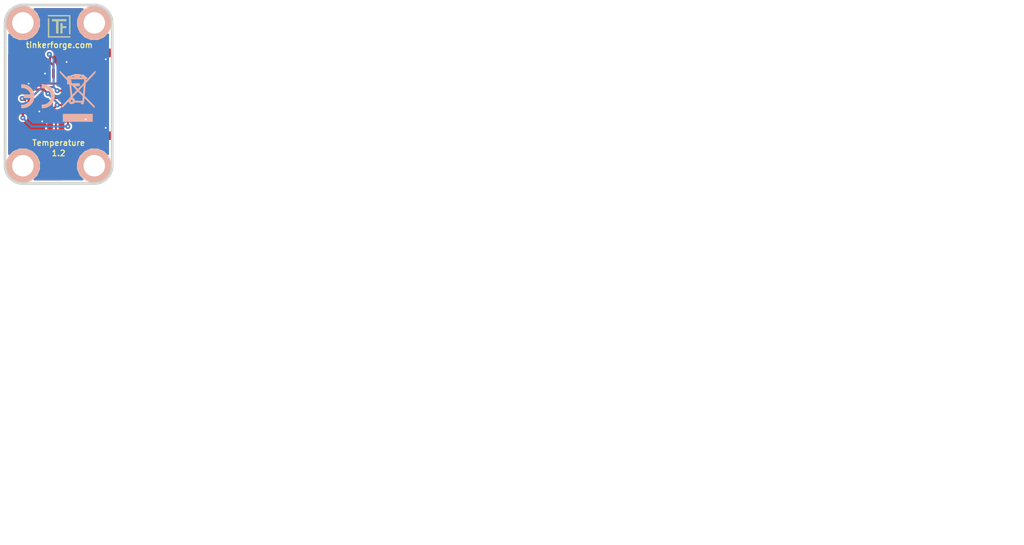
<source format=kicad_pcb>
(kicad_pcb (version 4) (host pcbnew 4.0.2+dfsg1-stable)
  (title_block (title "Temperature Bricklet") (date "2 jan 2013") (rev 1.1) (company "Tinkerforge GmbH") (comment 1 "Licensed under CERN OHL v.1.1") (comment 2 "Copyright (©) 2011, B.Nordmeyer <bastian@tinkerforge.com>"))
  (layers (0 Vorderseite signal) (31 Rückseite signal hide) (34 B.Paste user) (35 F.Paste user) (36 B.SilkS user) (37 F.SilkS user) (38 B.Mask user) (39 F.Mask user) (44 Edge.Cuts user))
  (net 0 "")
  (net 1 ALERT)
  (net 2 GND)
  (net 3 SCL)
  (net 4 SDA)
  (net 5 VCC)
  (net 6 "Net-(P1-Pad1)")
  (net 7 "Net-(P1-Pad6)")
  (net 8 "Net-(P1-Pad8)")
  (net 9 "Net-(P1-Pad9)")
  (net 10 "Net-(P1-Pad10)")
  (net 11 "Net-(U1-Pad7)")
  (module kicad-libraries:SOT563 (layer Vorderseite) (at 143.62684 103.124 180)
    (fp_text reference U2)
    (fp_text value TMP102)
    (pad 1 smd rect (at -0.49784 0.6731) (size 0.29972 0.55118) (layers Vorderseite F.Paste F.Mask) (net 3 SCL))
    (pad 2 smd rect (at 0 0.6731) (size 0.29972 0.55118) (layers Vorderseite F.Paste F.Mask) (net 2 GND))
    (pad 3 smd rect (at 0.49784 0.6731) (size 0.29972 0.55118) (layers Vorderseite F.Paste F.Mask) (net 1 ALERT))
    (pad 4 smd rect (at 0.49784 -0.6731 180) (size 0.29972 0.55118) (layers Vorderseite F.Paste F.Mask) (net 7 "Net-(P1-Pad6)"))
    (pad 5 smd rect (at 0 -0.6731 180) (size 0.29972 0.55118) (layers Vorderseite F.Paste F.Mask) (net 5 VCC))
    (pad 6 smd rect (at -0.49784 -0.6731 180) (size 0.29972 0.55118) (layers Vorderseite F.Paste F.Mask) (net 4 SDA))
  )
  (module kicad-libraries:C0603 (layer Vorderseite) (at 143.62684 105.5243)
    (fp_text reference C2)
    (fp_text value 100nF)
    (pad 1 smd rect (at -0.8001 0) (size 0.8001 0.8001) (layers Vorderseite F.Paste F.Mask) (net 5 VCC))
    (pad 2 smd rect (at 0.8001 0) (size 0.8001 0.8001) (layers Vorderseite F.Paste F.Mask) (net 2 GND))
  )
  (module kicad-libraries:C0603 (layer Vorderseite) (at 147.42668 107.62488 180)
    (fp_text reference C1)
    (fp_text value 100nF)
    (pad 1 smd rect (at -0.8001 0 180) (size 0.8001 0.8001) (layers Vorderseite F.Paste F.Mask) (net 5 VCC))
    (pad 2 smd rect (at 0.8001 0 180) (size 0.8001 0.8001) (layers Vorderseite F.Paste F.Mask) (net 2 GND))
  )
  (module kicad-libraries:CE_5mm (layer Rückseite) (at 144.9 103.4 180)
    (fp_text reference VAL hide)
    (fp_text value CE_5mm hide)
  )
  (module kicad-libraries:WEEE_7mm (layer Rückseite) (at 150.5 103.4 180)
    (fp_text reference VAL hide)
    (fp_text value WEEE_7mm hide)
  )
  (module kicad-libraries:Fiducial_Mark (layer Vorderseite) (at 149.32406 114.22634)
    (fp_text reference Fiducial_Mark hide)
    (fp_text value VAL** hide)
    (pad 1 smd circle (at 0 0) (size 1.00076 1.00076) (layers Vorderseite F.Paste F.Mask) (clearance 0.65024))
  )
  (module kicad-libraries:Fiducial_Mark (layer Vorderseite) (at 141.82598 96.72574)
    (fp_text reference Fiducial_Mark hide)
    (fp_text value VAL** hide)
    (pad 1 smd circle (at 0 0) (size 1.00076 1.00076) (layers Vorderseite F.Paste F.Mask) (clearance 0.65024))
  )
  (module kicad-libraries:DRILL_NP (layer Vorderseite) (at 142.8242 93.12402 90)
    (fp_text reference U6 hide)
    (fp_text value DRILL hide)
    (pad "" np_thru_hole circle (at 0 0 90) (size 2.99974 2.99974) (drill 2.99974) (layers *.Cu *.Mask F.SilkS) (clearance 0.89916))
  )
  (module kicad-libraries:DRILL_NP (layer Vorderseite) (at 142.8242 113.12398)
    (fp_text reference U5 hide)
    (fp_text value DRILL hide)
    (pad "" np_thru_hole circle (at 0 0) (size 2.99974 2.99974) (drill 2.99974) (layers *.Cu *.Mask F.SilkS) (clearance 0.89916))
  )
  (module kicad-libraries:DRILL_NP (layer Vorderseite) (at 152.82418 113.12398 90)
    (fp_text reference U4 hide)
    (fp_text value DRILL hide)
    (pad "" np_thru_hole circle (at 0 0 90) (size 2.99974 2.99974) (drill 2.99974) (layers *.Cu *.Mask F.SilkS) (clearance 0.89916))
  )
  (module kicad-libraries:DRILL_NP (layer Vorderseite) (at 152.82418 93.12402)
    (fp_text reference U3 hide)
    (fp_text value DRILL hide)
    (pad "" np_thru_hole circle (at 0 0) (size 2.99974 2.99974) (drill 2.99974) (layers *.Cu *.Mask F.SilkS) (clearance 0.89916))
  )
  (module kicad-libraries:Logo_31x31 (layer Vorderseite) (at 146.32432 92.0242)
    (fp_text reference Ref** hide)
    (fp_text value Val** hide)
  )
  (module kicad-libraries:CON-SENSOR (layer Vorderseite) (at 155.32608 103.124 90)
    (fp_text reference P1)
    (fp_text value CON-SENSOR)
    (pad 1 smd rect (at -4.50088 -4.7752 90) (size 0.59944 1.5494) (layers Vorderseite F.Paste F.Mask) (net 6 "Net-(P1-Pad1)"))
    (pad 2 smd rect (at -3.50012 -4.7752 90) (size 0.59944 1.5494) (layers Vorderseite F.Paste F.Mask) (net 2 GND))
    (pad 3 smd rect (at -2.49936 -4.7752 90) (size 0.59944 1.5494) (layers Vorderseite F.Paste F.Mask) (net 5 VCC))
    (pad 4 smd rect (at -1.50114 -4.7752 90) (size 0.59944 1.5494) (layers Vorderseite F.Paste F.Mask) (net 3 SCL))
    (pad 5 smd rect (at -0.50038 -4.7752 90) (size 0.59944 1.5494) (layers Vorderseite F.Paste F.Mask) (net 4 SDA))
    (pad 6 smd rect (at 0.50038 -4.7752 90) (size 0.59944 1.5494) (layers Vorderseite F.Paste F.Mask) (net 7 "Net-(P1-Pad6)"))
    (pad 7 smd rect (at 1.50114 -4.7752 90) (size 0.59944 1.5494) (layers Vorderseite F.Paste F.Mask) (net 1 ALERT))
    (pad 8 smd rect (at 2.49936 -4.7752 90) (size 0.59944 1.5494) (layers Vorderseite F.Paste F.Mask) (net 8 "Net-(P1-Pad8)"))
    (pad 9 smd rect (at 3.50012 -4.7752 90) (size 0.59944 1.5494) (layers Vorderseite F.Paste F.Mask) (net 9 "Net-(P1-Pad9)"))
    (pad 10 smd rect (at 4.50088 -4.7752 90) (size 0.59944 1.5494) (layers Vorderseite F.Paste F.Mask) (net 10 "Net-(P1-Pad10)"))
    (pad EP smd rect (at -5.79882 -0.89916 90) (size 1.19888 1.80086) (layers Vorderseite F.Paste F.Mask) (net 2 GND))
    (pad EP smd rect (at 5.79882 -0.89916 90) (size 1.19888 1.80086) (layers Vorderseite F.Paste F.Mask) (net 2 GND))
  )
  (module kicad-libraries:TSSOP8 (layer Vorderseite) (at 147.42668 103.124 180)
    (fp_text reference U1)
    (fp_text value M24C64)
    (pad 1 smd rect (at -0.97282 2.89814) (size 0.39878 1.29794) (layers Vorderseite F.Paste F.Mask) (net 2 GND))
    (pad 2 smd rect (at -0.32258 2.89814) (size 0.39878 1.29794) (layers Vorderseite F.Paste F.Mask) (net 2 GND))
    (pad 3 smd rect (at 0.32258 2.89814) (size 0.39878 1.29794) (layers Vorderseite F.Paste F.Mask) (net 7 "Net-(P1-Pad6)"))
    (pad 4 smd rect (at 0.97282 2.89814) (size 0.39878 1.29794) (layers Vorderseite F.Paste F.Mask) (net 2 GND))
    (pad 5 smd rect (at 0.97282 -2.89814 180) (size 0.39878 1.29794) (layers Vorderseite F.Paste F.Mask) (net 4 SDA))
    (pad 6 smd rect (at 0.32258 -2.89814 180) (size 0.39878 1.29794) (layers Vorderseite F.Paste F.Mask) (net 3 SCL))
    (pad 7 smd rect (at -0.32258 -2.89814 180) (size 0.39878 1.29794) (layers Vorderseite F.Paste F.Mask) (net 11 "Net-(U1-Pad7)"))
    (pad 8 smd rect (at -0.97282 -2.89814 180) (size 0.39878 1.29794) (layers Vorderseite F.Paste F.Mask) (net 5 VCC))
  )
  (gr_text 1.2 (at 147.82546 111.37392) (layer F.SilkS) (effects (font (size 0.8001 0.8001) (thickness 0.14986))))
  (gr_text tinkerforge.com (at 147.92452 96.22536) (layer F.SilkS) (effects (font (size 0.8001 0.8001) (thickness 0.14986))))
  (gr_line (start 140.32738 93.12402) (end 140.32738 113.12398) (angle 90) (layer Edge.Cuts) (width 0.381))
  (gr_line (start 152.82672 90.62212) (end 142.82674 90.62212) (angle 90) (layer Edge.Cuts) (width 0.381))
  (gr_line (start 155.32608 113.12398) (end 155.32608 93.12402) (angle 90) (layer Edge.Cuts) (width 0.381))
  (gr_line (start 142.82674 115.62334) (end 152.82672 115.62334) (angle 90) (layer Edge.Cuts) (width 0.381))
  (gr_arc (start 152.82672 93.12402) (end 152.82672 90.62212) (angle 90) (layer Edge.Cuts) (width 0.381))
  (gr_arc (start 142.82674 93.12402) (end 140.32738 93.12402) (angle 90) (layer Edge.Cuts) (width 0.381))
  (gr_arc (start 142.82674 113.12398) (end 142.82674 115.62334) (angle 90) (layer Edge.Cuts) (width 0.381))
  (gr_arc (start 152.82672 113.12398) (end 155.32608 113.12398) (angle 90) (layer Edge.Cuts) (width 0.381))
  (gr_text Temperature (at 147.828 109.92358) (layer F.SilkS) (effects (font (size 0.8001 0.8001) (thickness 0.14986))))
  (segment (start 143.129 102.3239) (end 142.82674 102.02164) (width 0.29972) (layer Vorderseite) (net 1))
  (segment (start 142.82674 102.02164) (end 142.82674 101.12248) (width 0.29972) (layer Vorderseite) (net 1))
  (segment (start 142.82674 101.12248) (end 143.12646 100.82276) (width 0.29972) (layer Vorderseite) (net 1))
  (segment (start 143.12646 100.82276) (end 145.02384 100.82276) (width 0.29972) (layer Vorderseite) (net 1))
  (segment (start 145.02384 100.82276) (end 145.82394 101.62286) (width 0.29972) (layer Vorderseite) (net 1))
  (segment (start 145.82394 101.62286) (end 150.55088 101.62286) (width 0.29972) (layer Vorderseite) (net 1))
  (segment (start 143.129 102.4509) (end 143.129 102.3239) (width 0.29972) (layer Vorderseite) (net 1))
  (segment (start 154.02814 98.62312) (end 154.42692 98.22434) (width 0.29972) (layer Rückseite) (net 2))
  (via (at 154.42692 98.22434) (size 0.70104) (layers Vorderseite Rückseite) (net 2))
  (segment (start 154.42692 98.22434) (end 154.42692 97.32518) (width 0.29972) (layer Vorderseite) (net 2))
  (via (at 145.52676 106.92384) (size 0.70104) (layers Vorderseite Rückseite) (net 2))
  (segment (start 145.12798 106.52506) (end 145.52676 106.92384) (width 0.29972) (layer Rückseite) (net 2))
  (segment (start 145.12798 105.5243) (end 145.12798 106.52506) (width 0.29972) (layer Rückseite) (net 2))
  (via (at 145.12798 105.5243) (size 0.70104) (layers Vorderseite Rückseite) (net 2))
  (segment (start 144.42694 105.5243) (end 145.12798 105.5243) (width 0.29972) (layer Vorderseite) (net 2))
  (segment (start 146.2278 107.62488) (end 146.62658 107.62488) (width 0.29972) (layer Vorderseite) (net 2))
  (segment (start 145.52676 106.92384) (end 146.2278 107.62488) (width 0.29972) (layer Vorderseite) (net 2))
  (segment (start 154.42692 107.823) (end 154.42692 98.22434) (width 0.29972) (layer Vorderseite) (net 2))
  (segment (start 144.526 101.62286) (end 143.62684 101.62286) (width 0.29972) (layer Rückseite) (net 2))
  (via (at 143.62684 101.62286) (size 0.70104) (layers Vorderseite Rückseite) (net 2))
  (segment (start 143.62684 101.62286) (end 143.62684 102.4509) (width 0.29972) (layer Vorderseite) (net 2))
  (segment (start 146.45386 100.22586) (end 145.92808 100.22586) (width 0.29972) (layer Vorderseite) (net 2))
  (segment (start 148.3995 100.22586) (end 147.74926 100.22586) (width 0.29972) (layer Vorderseite) (net 2))
  (via (at 154.42692 107.823) (size 0.70104) (layers Vorderseite Rückseite) (net 2))
  (segment (start 152.82418 107.823) (end 154.42692 107.823) (width 0.29972) (layer Rückseite) (net 2))
  (segment (start 151.6253 106.62412) (end 152.82418 107.823) (width 0.29972) (layer Rückseite) (net 2))
  (via (at 151.6253 106.62412) (size 0.70104) (layers Vorderseite Rückseite) (net 2))
  (segment (start 154.42692 108.92282) (end 154.42692 107.823) (width 0.29972) (layer Vorderseite) (net 2))
  (segment (start 145.92554 100.22332) (end 145.92554 98.82378) (width 0.29972) (layer Rückseite) (net 2))
  (segment (start 145.92554 98.82378) (end 145.3261 98.22434) (width 0.29972) (layer Rückseite) (net 2))
  (segment (start 145.3261 98.22434) (end 145.3261 97.02546) (width 0.29972) (layer Rückseite) (net 2))
  (segment (start 145.3261 97.02546) (end 145.92808 96.42348) (width 0.29972) (layer Rückseite) (net 2))
  (segment (start 145.92808 96.42348) (end 147.92452 96.42348) (width 0.29972) (layer Rückseite) (net 2))
  (segment (start 147.92452 96.42348) (end 148.92782 97.42678) (width 0.29972) (layer Rückseite) (net 2))
  (segment (start 148.92782 97.42678) (end 148.92782 98.62312) (width 0.29972) (layer Rückseite) (net 2))
  (segment (start 150.55088 106.62412) (end 151.6253 106.62412) (width 0.29972) (layer Vorderseite) (net 2))
  (segment (start 145.92808 100.22586) (end 145.92554 100.22332) (width 0.29972) (layer Vorderseite) (net 2))
  (via (at 145.92554 100.22332) (size 0.70104) (layers Vorderseite Rückseite) (net 2))
  (segment (start 145.92554 100.22332) (end 144.526 101.62286) (width 0.29972) (layer Rückseite) (net 2))
  (segment (start 148.3995 100.22586) (end 148.3995 99.15144) (width 0.29972) (layer Vorderseite) (net 2))
  (segment (start 148.92782 98.60026) (end 148.92782 98.62312) (width 0.29972) (layer Rückseite) (net 2))
  (segment (start 148.95068 98.60026) (end 148.92782 98.60026) (width 0.29972) (layer Rückseite) (net 2))
  (via (at 148.95068 98.60026) (size 0.70104) (layers Vorderseite Rückseite) (net 2))
  (segment (start 148.3995 99.15144) (end 148.95068 98.60026) (width 0.29972) (layer Vorderseite) (net 2))
  (segment (start 145.12798 105.5243) (end 143.12392 105.5243) (width 0.29972) (layer Rückseite) (net 2))
  (segment (start 142.50416 101.62286) (end 143.62684 101.62286) (width 0.29972) (layer Rückseite) (net 2))
  (segment (start 141.87424 102.25278) (end 142.50416 101.62286) (width 0.29972) (layer Rückseite) (net 2))
  (segment (start 141.87424 104.27462) (end 141.87424 102.25278) (width 0.29972) (layer Rückseite) (net 2))
  (segment (start 143.12392 105.5243) (end 141.87424 104.27462) (width 0.29972) (layer Rückseite) (net 2))
  (segment (start 148.92782 98.62312) (end 154.02814 98.62312) (width 0.29972) (layer Rückseite) (net 2))
  (segment (start 144.12468 102.4509) (end 145.75282 102.4509) (width 0.29972) (layer Vorderseite) (net 3))
  (segment (start 147.62734 104.6226) (end 147.62734 104.62514) (width 0.29972) (layer Vorderseite) (net 3))
  (via (at 147.62734 104.6226) (size 0.70104) (layers Vorderseite Rückseite) (net 3))
  (segment (start 147.62734 104.32542) (end 147.62734 104.6226) (width 0.29972) (layer Rückseite) (net 3))
  (segment (start 146.32686 103.02494) (end 147.62734 104.32542) (width 0.29972) (layer Rückseite) (net 3))
  (via (at 146.32686 103.02494) (size 0.70104) (layers Vorderseite Rückseite) (net 3))
  (segment (start 145.75282 102.4509) (end 146.32686 103.02494) (width 0.29972) (layer Vorderseite) (net 3))
  (segment (start 150.55088 104.62514) (end 147.62734 104.62514) (width 0.29972) (layer Vorderseite) (net 3))
  (segment (start 147.62734 104.62514) (end 147.6248 104.62514) (width 0.29972) (layer Vorderseite) (net 3))
  (segment (start 147.1041 105.14584) (end 147.1041 106.02214) (width 0.29972) (layer Vorderseite) (net 3))
  (segment (start 147.6248 104.62514) (end 147.1041 105.14584) (width 0.29972) (layer Vorderseite) (net 3))
  (segment (start 146.45386 104.42448) (end 145.82902 104.42448) (width 0.29972) (layer Vorderseite) (net 4))
  (segment (start 145.20164 103.7971) (end 144.12468 103.7971) (width 0.29972) (layer Vorderseite) (net 4))
  (segment (start 145.82902 104.42448) (end 145.20164 103.7971) (width 0.29972) (layer Vorderseite) (net 4))
  (segment (start 146.45386 106.02214) (end 146.45386 104.42448) (width 0.29972) (layer Vorderseite) (net 4))
  (segment (start 146.45386 104.42448) (end 146.45386 104.39654) (width 0.29972) (layer Vorderseite) (net 4))
  (segment (start 147.22602 103.62438) (end 150.55088 103.62438) (width 0.29972) (layer Vorderseite) (net 4))
  (segment (start 146.45386 104.39654) (end 147.22602 103.62438) (width 0.29972) (layer Vorderseite) (net 4))
  (segment (start 150.55088 105.62336) (end 149.82444 105.62336) (width 0.29972) (layer Vorderseite) (net 5))
  (segment (start 149.12594 106.32186) (end 149.12594 107.62488) (width 0.29972) (layer Vorderseite) (net 5))
  (segment (start 149.82444 105.62336) (end 149.12594 106.32186) (width 0.29972) (layer Vorderseite) (net 5))
  (segment (start 143.62684 103.7971) (end 143.62684 104.82326) (width 0.29972) (layer Vorderseite) (net 5))
  (segment (start 142.9258 105.5243) (end 142.82674 105.5243) (width 0.29972) (layer Vorderseite) (net 5))
  (segment (start 143.62684 104.82326) (end 142.9258 105.5243) (width 0.29972) (layer Vorderseite) (net 5))
  (segment (start 149.12594 107.62488) (end 144.02816 107.62488) (width 0.29972) (layer Rückseite) (net 5))
  (via (at 149.12594 107.62488) (size 0.70104) (layers Vorderseite Rückseite) (net 5))
  (segment (start 142.82674 106.42346) (end 142.82674 105.5243) (width 0.29972) (layer Vorderseite) (net 5))
  (via (at 142.82674 106.42346) (size 0.70104) (layers Vorderseite Rückseite) (net 5))
  (segment (start 144.02816 107.62488) (end 142.82674 106.42346) (width 0.29972) (layer Rückseite) (net 5))
  (segment (start 149.12594 107.62488) (end 148.22678 107.62488) (width 0.29972) (layer Vorderseite) (net 5))
  (segment (start 148.3995 106.02214) (end 148.3995 107.45216) (width 0.29972) (layer Vorderseite) (net 5))
  (segment (start 148.3995 107.45216) (end 148.22678 107.62488) (width 0.29972) (layer Vorderseite) (net 5))
  (segment (start 150.55088 102.62362) (end 147.62734 102.62362) (width 0.29972) (layer Vorderseite) (net 7))
  (segment (start 146.52752 97.5233) (end 146.62658 97.62236) (width 0.29972) (layer Vorderseite) (net 7))
  (via (at 146.52752 97.5233) (size 0.70104) (layers Vorderseite Rückseite) (net 7))
  (segment (start 147.12696 98.12274) (end 146.52752 97.5233) (width 0.29972) (layer Rückseite) (net 7))
  (segment (start 147.12696 102.12324) (end 147.12696 98.12274) (width 0.29972) (layer Rückseite) (net 7))
  (segment (start 147.62734 102.62362) (end 147.12696 102.12324) (width 0.29972) (layer Rückseite) (net 7))
  (via (at 147.62734 102.62362) (size 0.70104) (layers Vorderseite Rückseite) (net 7))
  (segment (start 147.1041 100.22586) (end 147.1041 99.10064) (width 0.29972) (layer Vorderseite) (net 7))
  (segment (start 146.62658 97.62236) (end 146.62658 98.62312) (width 0.29972) (layer Vorderseite) (net 7))
  (segment (start 147.1041 99.10064) (end 146.62658 98.62312) (width 0.29972) (layer Vorderseite) (net 7))
  (segment (start 143.8783 103.72344) (end 145.4785 102.12324) (width 0.29972) (layer Rückseite) (net 7))
  (segment (start 145.4785 102.12324) (end 147.12696 102.12324) (width 0.29972) (layer Rückseite) (net 7))
  (segment (start 142.80134 103.7971) (end 142.72768 103.72344) (width 0.29972) (layer Vorderseite) (net 7))
  (via (at 142.72768 103.72344) (size 0.70104) (layers Vorderseite Rückseite) (net 7))
  (segment (start 143.129 103.7971) (end 142.80134 103.7971) (width 0.29972) (layer Vorderseite) (net 7))
  (segment (start 142.72768 103.72344) (end 143.8783 103.72344) (width 0.29972) (layer Rückseite) (net 7))
  (zone (net 2) (net_name GND) (layer Vorderseite) (connect_pads (clearance 0.24892)) (min_thickness 0.24892) (fill (arc_segments 16) (thermal_gap 0.29972) (thermal_bridge_width 0.29972))
    (polygon (pts (xy 155.32608 115.62334) (xy 155.32608 90.62212) (xy 140.32738 90.62212) (xy 140.32738 115.62334)))
  )
  (zone (net 2) (net_name GND) (layer Rückseite) (connect_pads (clearance 0.24892)) (min_thickness 0.24892) (fill (arc_segments 16) (thermal_gap 0.29972) (thermal_bridge_width 0.29972))
    (polygon (pts (xy 155.32608 115.62334) (xy 155.32608 90.62212) (xy 140.32738 90.62212) (xy 140.32738 115.62334)))
  )
)
</source>
